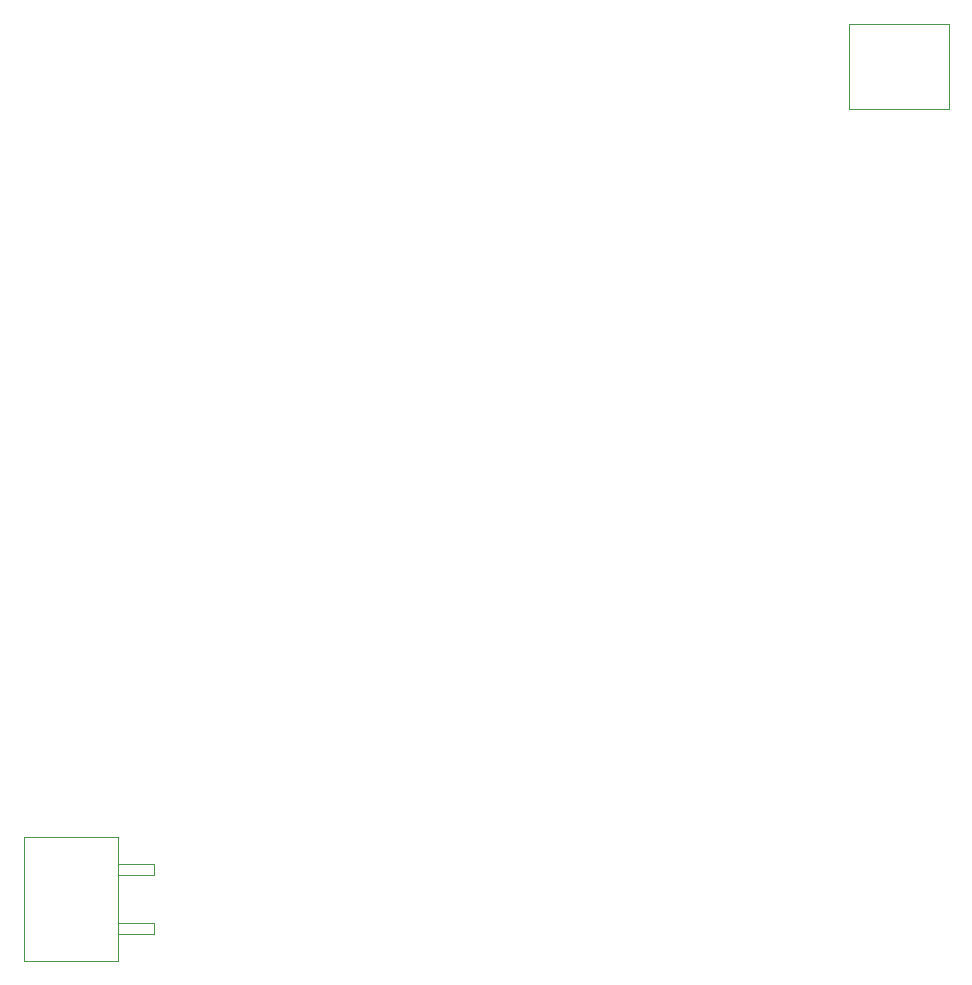
<source format=gbr>
G04*
G04 #@! TF.GenerationSoftware,Altium Limited,Altium Designer,25.2.1 (25)*
G04*
G04 Layer_Color=32768*
%FSLAX25Y25*%
%MOIN*%
G70*
G04*
G04 #@! TF.SameCoordinates,93333BF9-B9FA-480E-9F15-3530D08D3613*
G04*
G04*
G04 #@! TF.FilePolarity,Positive*
G04*
G01*
G75*
%ADD141C,0.00394*%
D141*
X284465Y316827D02*
Y345173D01*
Y316827D02*
X317535D01*
Y345173D01*
X284465D02*
X317535D01*
X40748Y32831D02*
Y74169D01*
X9252D02*
X40748D01*
X9252Y32831D02*
X40748D01*
X9252D02*
Y74169D01*
X40748Y65312D02*
X52559D01*
Y61375D02*
Y65312D01*
X40748Y61375D02*
X52559D01*
X40748Y41690D02*
X52559D01*
Y45627D01*
X40748D02*
X52559D01*
M02*

</source>
